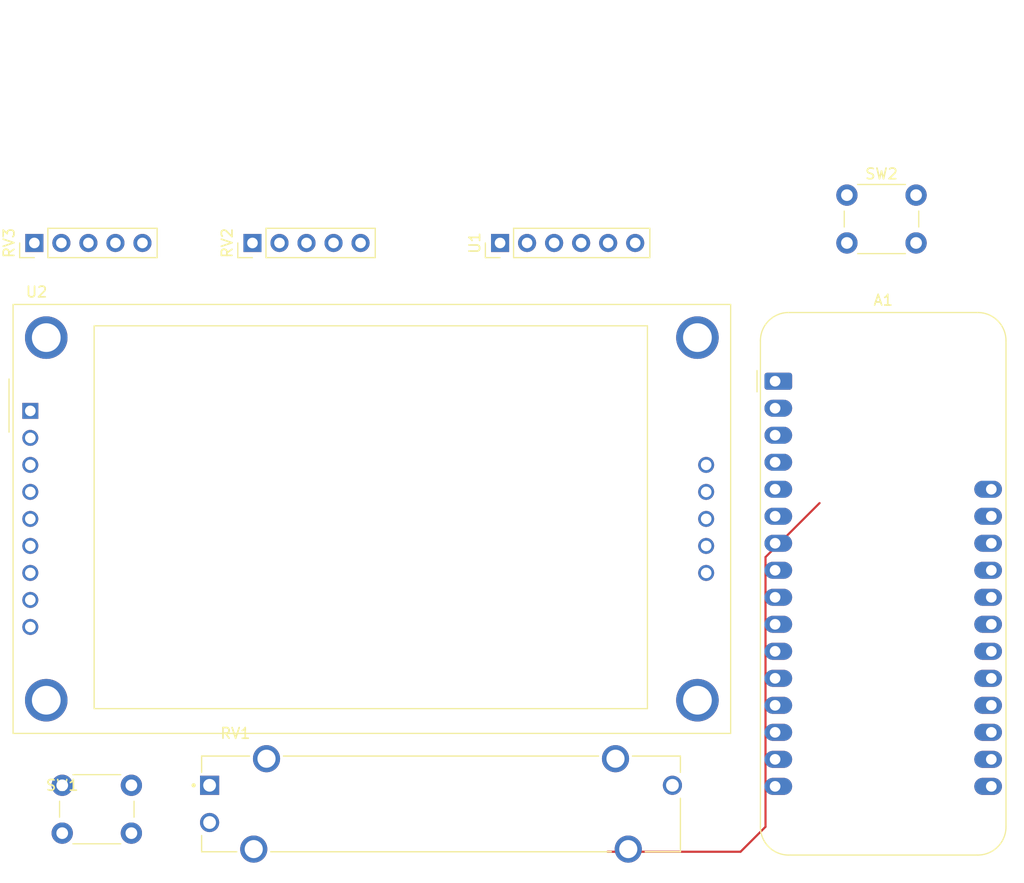
<source format=kicad_pcb>
(kicad_pcb (version 20241229) (generator "pcbnew") (generator_version "9.0")
  (layers (0 "F.Cu" signal) (2 "B.Cu" signal) (13 "F.Paste" user) (15 "B.Paste" user) (5 "F.SilkS" user "F.Silkscreen") (7 "B.SilkS" user "B.Silkscreen") (1 "F.Mask" user) (3 "B.Mask" user) (25 "Edge.Cuts" user))
  (net 0 "")
  (net 1 "Net-(A1-I34{slash}A2)")
  (net 2 "Net-(A1-SDA{slash}IO23)")
  (net 4 "Net-(A1-MISO{slash}IO19)")
  (net 5 "+3.3V")
  (net 6 "GND")
  (net 8 "Net-(A1-A8{slash}IO15)")
  (net 9 "Net-(A1-A9{slash}IO33)")
  (net 13 "Net-(A1-DAC1{slash}A1)")
  (net 15 "Net-(A1-SCL{slash}IO22)")
  (net 18 "Net-(A1-SCK{slash}IO5)")
  (net 22 "Net-(A1-DAC2{slash}A0)")
  (net 23 "Net-(A1-MOSI{slash}IO18)")
  (net 24 "Net-(A1-I39{slash}A3)")
  (net 25 "Net-(A1-A6{slash}IO14)")
  (net 33 "Net-(J1-Pin_1)")
  (net 34 "Net-(BT1-+)")
  (footprint "footprints:RP" (layer "F.Cu") (at 128.88 63.5 90)
    (property "Reference" "RV2" (at 0 -2.38 90) (layer "F.SilkS"))
    (property "Value" "RP1")
    (fp_line (start -1.38 -1.38) (end 0 -1.38) (stroke (width 0.12)) (layer "F.SilkS"))
    (fp_line (start -1.38 0) (end -1.38 -1.38) (stroke (width 0.12)) (layer "F.SilkS"))
    (fp_line (start 1.38 1.27) (end 1.38 11.54) (stroke (width 0.12)) (layer "F.SilkS"))
    (fp_line (start -1.38 1.27) (end 1.38 1.27) (stroke (width 0.12)) (layer "F.SilkS"))
    (fp_line (start -1.38 1.27) (end -1.38 11.54) (stroke (width 0.12)) (layer "F.SilkS"))
    (fp_line (start -1.38 11.54) (end 1.38 11.54) (stroke (width 0.12)) (layer "F.SilkS"))
    (pad "1" thru_hole rect (at 0 0 90) (size 1.7 1.7) (drill 1) (layers "*.Cu" "*.Mask") (net 5 "+3.3V"))
    (pad "2" thru_hole circle (at 0 2.54 90) (size 1.7 1.7) (drill 1) (property pad_prop_mechanical) (layers "*.Cu" "*.Mask") (net 13 "Net-(A1-DAC1{slash}A1)"))
    (pad "3" thru_hole circle (at 0 5.08 90) (size 1.7 1.7) (drill 1) (layers "*.Cu" "*.Mask") (net 6 "GND"))
    (pad "4" thru_hole circle (at 0 7.62 90) (size 1.7 1.7) (drill 1) (property pad_prop_mechanical) (layers "*.Cu" "*.Mask"))
    (pad "5" thru_hole circle (at 0 10.16 90) (size 1.7 1.7) (drill 1) (layers "*.Cu" "*.Mask"))
  )
  (footprint "Module:Adafruit_Feather" (layer "F.Cu") (at 178 76.5)
    (property "Reference" "A1" (at 10.16 -7.62 0) (layer "F.SilkS"))
    (property "Value" "Adafruit_Feather_HUZZAH32_ESP32")
    (fp_line (start -1.7 1) (end -1.7 -1) (stroke (width 0.12)) (layer "F.SilkS"))
    (fp_line (start -1.38 -3.81) (end -1.38 41.91) (stroke (width 0.12)) (layer "F.SilkS"))
    (fp_line (start 19.05 -6.46) (end 1.27 -6.46) (stroke (width 0.12)) (layer "F.SilkS"))
    (fp_line (start 19.05 44.56) (end 1.27 44.56) (stroke (width 0.12)) (layer "F.SilkS"))
    (fp_line (start 21.7 -3.81) (end 21.7 41.91) (stroke (width 0.12)) (layer "F.SilkS"))
    (fp_arc (start -1.38 -3.81) (mid -0.603833 -5.683833) (end 1.27 -6.46) (stroke (width 0.12)) (layer "F.SilkS"))
    (fp_arc (start 1.27 44.56) (mid -0.603833 43.783833) (end -1.38 41.91) (stroke (width 0.12)) (layer "F.SilkS"))
    (fp_arc (start 19.05 -6.46) (mid 20.923833 -5.683833) (end 21.7 -3.81) (stroke (width 0.12)) (layer "F.SilkS"))
    (fp_arc (start 21.7 41.91) (mid 20.923833 43.783833) (end 19.05 44.56) (stroke (width 0.12)) (layer "F.SilkS"))
    (pad "1" thru_hole roundrect (at 0 0) (size 2.6 1.6) (drill 1 (offset 0.3 0)) (layers "*.Cu" "*.Mask") (roundrect_rratio 0.15625))
    (pad "2" thru_hole oval (at 0 2.54) (size 2.6 1.6) (drill 1 (offset 0.3 0)) (layers "*.Cu" "*.Mask") (net 5 "+3.3V"))
    (pad "3" thru_hole oval (at 0 5.08) (size 2.6 1.6) (drill 1 (offset 0.3 0)) (layers "*.Cu" "*.Mask"))
    (pad "4" thru_hole oval (at 0 7.62) (size 2.6 1.6) (drill 1 (offset 0.3 0)) (layers "*.Cu" "*.Mask") (net 6 "GND"))
    (pad "5" thru_hole oval (at 0 10.16) (size 2.6 1.6) (drill 1 (offset 0.3 0)) (layers "*.Cu" "*.Mask") (net 22 "Net-(A1-DAC2{slash}A0)"))
    (pad "6" thru_hole oval (at 0 12.7) (size 2.6 1.6) (drill 1 (offset 0.3 0)) (layers "*.Cu" "*.Mask") (net 13 "Net-(A1-DAC1{slash}A1)"))
    (pad "7" thru_hole oval (at 0 15.24) (size 2.6 1.6) (drill 1 (offset 0.3 0)) (layers "*.Cu" "*.Mask") (net 1 "Net-(A1-I34{slash}A2)"))
    (pad "8" thru_hole oval (at 0 17.78) (size 2.6 1.6) (drill 1 (offset 0.3 0)) (layers "*.Cu" "*.Mask") (net 24 "Net-(A1-I39{slash}A3)"))
    (pad "9" thru_hole oval (at 0 20.32) (size 2.6 1.6) (drill 1 (offset 0.3 0)) (layers "*.Cu" "*.Mask"))
    (pad "10" thru_hole oval (at 0 22.86) (size 2.6 1.6) (drill 1 (offset 0.3 0)) (layers "*.Cu" "*.Mask"))
    (pad "11" thru_hole oval (at 0 25.4) (size 2.6 1.6) (drill 1 (offset 0.3 0)) (layers "*.Cu" "*.Mask") (net 18 "Net-(A1-SCK{slash}IO5)"))
    (pad "12" thru_hole oval (at 0 27.94) (size 2.6 1.6) (drill 1 (offset 0.3 0)) (layers "*.Cu" "*.Mask") (net 23 "Net-(A1-MOSI{slash}IO18)"))
    (pad "13" thru_hole oval (at 0 30.48) (size 2.6 1.6) (drill 1 (offset 0.3 0)) (layers "*.Cu" "*.Mask") (net 4 "Net-(A1-MISO{slash}IO19)"))
    (pad "14" thru_hole oval (at 0 33.02) (size 2.6 1.6) (drill 1 (offset 0.3 0)) (layers "*.Cu" "*.Mask"))
    (pad "15" thru_hole oval (at 0 35.56) (size 2.6 1.6) (drill 1 (offset 0.3 0)) (layers "*.Cu" "*.Mask"))
    (pad "16" thru_hole oval (at 0 38.1) (size 2.6 1.6) (drill 1 (offset 0.3 0)) (layers "*.Cu" "*.Mask"))
    (pad "17" thru_hole oval (at 20.32 38.1 180) (size 2.6 1.6) (drill 1 (offset 0.3 0)) (layers "*.Cu" "*.Mask") (net 2 "Net-(A1-SDA{slash}IO23)"))
    (pad "18" thru_hole oval (at 20.32 35.56 180) (size 2.6 1.6) (drill 1 (offset 0.3 0)) (layers "*.Cu" "*.Mask") (net 15 "Net-(A1-SCL{slash}IO22)"))
    (pad "19" thru_hole oval (at 20.32 33.02 180) (size 2.6 1.6) (drill 1 (offset 0.3 0)) (layers "*.Cu" "*.Mask") (net 25 "Net-(A1-A6{slash}IO14)"))
    (pad "20" thru_hole oval (at 20.32 30.48 180) (size 2.6 1.6) (drill 1 (offset 0.3 0)) (layers "*.Cu" "*.Mask"))
    (pad "21" thru_hole oval (at 20.32 27.94 180) (size 2.6 1.6) (drill 1 (offset 0.3 0)) (layers "*.Cu" "*.Mask") (net 8 "Net-(A1-A8{slash}IO15)"))
    (pad "22" thru_hole oval (at 20.32 25.4 180) (size 2.6 1.6) (drill 1 (offset 0.3 0)) (layers "*.Cu" "*.Mask") (net 9 "Net-(A1-A9{slash}IO33)"))
    (pad "23" thru_hole oval (at 20.32 22.86 180) (size 2.6 1.6) (drill 1 (offset 0.3 0)) (layers "*.Cu" "*.Mask"))
    (pad "24" thru_hole oval (at 20.32 20.32 180) (size 2.6 1.6) (drill 1 (offset 0.3 0)) (layers "*.Cu" "*.Mask"))
    (pad "25" thru_hole oval (at 20.32 17.78 180) (size 2.6 1.6) (drill 1 (offset 0.3 0)) (layers "*.Cu" "*.Mask"))
    (pad "26" thru_hole oval (at 20.32 15.24 180) (size 2.6 1.6) (drill 1 (offset 0.3 0)) (layers "*.Cu" "*.Mask"))
    (pad "27" thru_hole oval (at 20.32 12.7 180) (size 2.6 1.6) (drill 1 (offset 0.3 0)) (layers "*.Cu" "*.Mask"))
    (pad "28" thru_hole oval (at 20.32 10.16 180) (size 2.6 1.6) (drill 1 (offset 0.3 0)) (layers "*.Cu" "*.Mask"))
  )
  (footprint "Button_Switch_THT:SW_PUSH_6mm" (layer "F.Cu") (at 111 114.5)
    (property "Reference" "SW1" (at 0 0 0) (layer "F.SilkS"))
    (property "Value" "Push")
    (fp_line (start -0.25 1.5) (end -0.25 3) (stroke (width 0.12)) (layer "F.SilkS"))
    (fp_line (start 1 5.5) (end 5.5 5.5) (stroke (width 0.12)) (layer "F.SilkS"))
    (fp_line (start 5.5 -1) (end 1 -1) (stroke (width 0.12)) (layer "F.SilkS"))
    (fp_line (start 6.75 3) (end 6.75 1.5) (stroke (width 0.12)) (layer "F.SilkS"))
    (pad "1" thru_hole circle (at 0 0 90) (size 2 2) (drill 1.1) (layers "*.Cu" "*.Mask") (net 6 "GND"))
    (pad "1" thru_hole circle (at 6.5 0 90) (size 2 2) (drill 1.1) (layers "*.Cu" "*.Mask") (net 6 "GND"))
    (pad "2" thru_hole circle (at 0 4.5 90) (size 2 2) (drill 1.1) (layers "*.Cu" "*.Mask") (net 24 "Net-(A1-I39{slash}A3)"))
    (pad "2" thru_hole circle (at 6.5 4.5 90) (size 2 2) (drill 1.1) (layers "*.Cu" "*.Mask") (net 24 "Net-(A1-I39{slash}A3)"))
  )
  (footprint "PTA3043-2010CPB103:TRIM_PTA3043-2010CPB103" (layer "F.Cu") (at 146.6 116.25)
    (property "Reference" "RV1" (at -19.325 -6.635 0) (layer "F.SilkS"))
    (property "Value" "SP1")
    (fp_line (start -22.5 -4.5) (end -17.995 -4.5) (stroke (width 0.127)) (layer "F.SilkS"))
    (fp_line (start -22.5 -2.97) (end -22.5 -4.5) (stroke (width 0.127)) (layer "F.SilkS"))
    (fp_line (start -22.5 4.5) (end -22.5 2.97) (stroke (width 0.127)) (layer "F.SilkS"))
    (fp_line (start -19.195 4.5) (end -22.5 4.5) (stroke (width 0.127)) (layer "F.SilkS"))
    (fp_line (start -16.005 4.5) (end 16.005 4.5) (stroke (width 0.127)) (layer "F.SilkS"))
    (fp_line (start -14.805 -4.5) (end 14.805 -4.5) (stroke (width 0.127)) (layer "F.SilkS"))
    (fp_line (start 17.995 -4.5) (end 22.5 -4.5) (stroke (width 0.127)) (layer "F.SilkS"))
    (fp_line (start 22.5 -4.5) (end 22.5 -2.97) (stroke (width 0.127)) (layer "F.SilkS"))
    (fp_line (start 22.5 4.5) (end 19.195 4.5) (stroke (width 0.127)) (layer "F.SilkS"))
    (fp_line (start 22.5 4.5) (end 22.5 -0.53) (stroke (width 0.127)) (layer "F.SilkS"))
    (fp_circle (center -23.25 -1.75) (end -23.15 -1.75) (stroke (width 0.2)) (fill no) (layer "F.SilkS"))
    (pad "1" thru_hole rect (at -21.75 -1.75) (size 1.8 1.8) (drill 1.2) (layers "*.Cu" "*.Mask") (net 5 "+3.3V"))
    (pad "2" thru_hole circle (at -21.75 1.75) (size 1.8 1.8) (drill 1.2) (layers "*.Cu" "*.Mask") (net 22 "Net-(A1-DAC2{slash}A0)"))
    (pad "3" thru_hole circle (at 21.75 -1.75) (size 1.8 1.8) (drill 1.2) (layers "*.Cu" "*.Mask") (net 6 "GND"))
    (pad "SH1" thru_hole circle (at -16.4 -4.25) (size 2.55 2.55) (drill 1.7) (layers "*.Cu" "*.Mask"))
    (pad "SH2" thru_hole circle (at -17.6 4.25) (size 2.55 2.55) (drill 1.7) (layers "*.Cu" "*.Mask"))
    (pad "SH3" thru_hole circle (at 16.4 -4.25) (size 2.55 2.55) (drill 1.7) (layers "*.Cu" "*.Mask"))
    (pad "SH4" thru_hole circle (at 17.6 4.25) (size 2.55 2.55) (drill 1.7) (layers "*.Cu" "*.Mask"))
  )
  (footprint "footprints:RP" (layer "F.Cu") (at 108.38 63.5 90)
    (property "Reference" "RV3" (at 0 -2.38 90) (layer "F.SilkS"))
    (property "Value" "RP2")
    (fp_line (start -1.38 -1.38) (end 0 -1.38) (stroke (width 0.12)) (layer "F.SilkS"))
    (fp_line (start -1.38 0) (end -1.38 -1.38) (stroke (width 0.12)) (layer "F.SilkS"))
    (fp_line (start 1.38 1.27) (end 1.38 11.54) (stroke (width 0.12)) (layer "F.SilkS"))
    (fp_line (start -1.38 1.27) (end 1.38 1.27) (stroke (width 0.12)) (layer "F.SilkS"))
    (fp_line (start -1.38 1.27) (end -1.38 11.54) (stroke (width 0.12)) (layer "F.SilkS"))
    (fp_line (start -1.38 11.54) (end 1.38 11.54) (stroke (width 0.12)) (layer "F.SilkS"))
    (pad "1" thru_hole rect (at 0 0 90) (size 1.7 1.7) (drill 1) (layers "*.Cu" "*.Mask") (net 5 "+3.3V"))
    (pad "2" thru_hole circle (at 0 2.54 90) (size 1.7 1.7) (drill 1) (layers "*.Cu" "*.Mask") (net 1 "Net-(A1-I34{slash}A2)"))
    (pad "3" thru_hole circle (at 0 5.08 90) (size 1.7 1.7) (drill 1) (layers "*.Cu" "*.Mask") (net 6 "GND"))
    (pad "4" thru_hole circle (at 0 7.62 90) (size 1.7 1.7) (drill 1) (layers "*.Cu" "*.Mask"))
    (pad "5" thru_hole circle (at 0 10.16 90) (size 1.7 1.7) (drill 1) (layers "*.Cu" "*.Mask"))
  )
  (footprint "Connector_PinHeader_2.54mm:PinHeader_1x06_P2.54mm_Vertical" (layer "F.Cu") (at 152.15 63.5 90)
    (property "Reference" "U1" (at 0 -2.38 90) (layer "F.SilkS"))
    (property "Value" "VL53L0CXV0DH1")
    (fp_line (start -1.38 -1.38) (end 0 -1.38) (stroke (width 0.12)) (layer "F.SilkS"))
    (fp_line (start -1.38 0) (end -1.38 -1.38) (stroke (width 0.12)) (layer "F.SilkS"))
    (fp_line (start 1.38 1.27) (end 1.38 14.08) (stroke (width 0.12)) (layer "F.SilkS"))
    (fp_line (start -1.38 1.27) (end 1.38 1.27) (stroke (width 0.12)) (layer "F.SilkS"))
    (fp_line (start -1.38 1.27) (end -1.38 14.08) (stroke (width 0.12)) (layer "F.SilkS"))
    (fp_line (start -1.38 14.08) (end 1.38 14.08) (stroke (width 0.12)) (layer "F.SilkS"))
    (pad "1" thru_hole rect (at 0 0 90) (size 1.7 1.7) (drill 1) (layers "*.Cu" "*.Mask") (net 5 "+3.3V"))
    (pad "2" thru_hole circle (at 0 2.54 90) (size 1.7 1.7) (drill 1) (layers "*.Cu" "*.Mask"))
    (pad "3" thru_hole circle (at 0 5.08 90) (size 1.7 1.7) (drill 1) (layers "*.Cu" "*.Mask") (net 6 "GND"))
    (pad "4" thru_hole circle (at 0 7.62 90) (size 1.7 1.7) (drill 1) (layers "*.Cu" "*.Mask") (net 6 "GND"))
    (pad "5" thru_hole circle (at 0 10.16 90) (size 1.7 1.7) (drill 1) (layers "*.Cu" "*.Mask"))
    (pad "6" thru_hole circle (at 0 12.7 90) (size 1.7 1.7) (drill 1) (layers "*.Cu" "*.Mask") (net 6 "GND"))
  )
  (footprint "Display:CR2013-MI2120" (layer "F.Cu") (at 108 79.29)
    (property "Reference" "U2" (at 0.59 -11.18 0) (layer "F.SilkS"))
    (property "Value" "CR2013-MI2120")
    (fp_line (start -2 -3) (end -2 2) (stroke (width 0.12)) (layer "F.SilkS"))
    (fp_line (start -1.62 -10.01) (end 65.82 -10.01) (stroke (width 0.12)) (layer "F.SilkS"))
    (fp_line (start -1.62 30.33) (end -1.62 -10.01) (stroke (width 0.12)) (layer "F.SilkS"))
    (fp_line (start 6 -8) (end 58 -8) (stroke (width 0.12)) (layer "F.SilkS"))
    (fp_line (start 6 28) (end 6 -8) (stroke (width 0.12)) (layer "F.SilkS"))
    (fp_line (start 58 -8) (end 58 28) (stroke (width 0.12)) (layer "F.SilkS"))
    (fp_line (start 58 28) (end 6 28) (stroke (width 0.12)) (layer "F.SilkS"))
    (fp_line (start 65.82 -10.01) (end 65.82 30.33) (stroke (width 0.12)) (layer "F.SilkS"))
    (fp_line (start 65.82 30.33) (end -1.62 30.33) (stroke (width 0.12)) (layer "F.SilkS"))
    (pad "" thru_hole circle (at 1.5 -6.89) (size 4 4) (drill 2.7) (layers "*.Cu" "*.Mask"))
    (pad "" thru_hole circle (at 1.5 27.21) (size 4 4) (drill 2.7) (layers "*.Cu" "*.Mask"))
    (pad "" thru_hole circle (at 62.7 -6.89) (size 4 4) (drill 2.7) (layers "*.Cu" "*.Mask"))
    (pad "" thru_hole circle (at 62.7 27.21) (size 4 4) (drill 2.7) (layers "*.Cu" "*.Mask"))
    (pad "1" thru_hole rect (at 0 0) (size 1.5 1.5) (drill 1) (layers "*.Cu" "*.Mask") (net 5 "+3.3V"))
    (pad "2" thru_hole circle (at 0 2.54) (size 1.5 1.5) (drill 1) (layers "*.Cu" "*.Mask") (net 6 "GND"))
    (pad "3" thru_hole circle (at 0 5.08) (size 1.5 1.5) (drill 1) (layers "*.Cu" "*.Mask") (net 25 "Net-(A1-A6{slash}IO14)"))
    (pad "4" thru_hole circle (at 0 7.62) (size 1.5 1.5) (drill 1) (layers "*.Cu" "*.Mask") (net 9 "Net-(A1-A9{slash}IO33)"))
    (pad "5" thru_hole circle (at 0 10.16) (size 1.5 1.5) (drill 1) (layers "*.Cu" "*.Mask") (net 8 "Net-(A1-A8{slash}IO15)"))
    (pad "6" thru_hole circle (at 0 12.7) (size 1.5 1.5) (drill 1) (layers "*.Cu" "*.Mask") (net 23 "Net-(A1-MOSI{slash}IO18)"))
    (pad "7" thru_hole circle (at 0 15.24) (size 1.5 1.5) (drill 1) (layers "*.Cu" "*.Mask") (net 18 "Net-(A1-SCK{slash}IO5)"))
    (pad "8" thru_hole circle (at 0 17.78) (size 1.5 1.5) (drill 1) (layers "*.Cu" "*.Mask"))
    (pad "9" thru_hole circle (at 0 20.32) (size 1.5 1.5) (drill 1) (layers "*.Cu" "*.Mask") (net 4 "Net-(A1-MISO{slash}IO19)"))
    (pad "10" thru_hole circle (at 63.52 5.08) (size 1.5 1.5) (drill 1) (layers "*.Cu" "*.Mask"))
    (pad "11" thru_hole circle (at 63.52 7.62) (size 1.5 1.5) (drill 1) (layers "*.Cu" "*.Mask") (net 23 "Net-(A1-MOSI{slash}IO18)"))
    (pad "12" thru_hole circle (at 63.52 10.16) (size 1.5 1.5) (drill 1) (layers "*.Cu" "*.Mask") (net 4 "Net-(A1-MISO{slash}IO19)"))
    (pad "13" thru_hole circle (at 63.52 12.7) (size 1.5 1.5) (drill 1) (layers "*.Cu" "*.Mask") (net 18 "Net-(A1-SCK{slash}IO5)"))
    (pad "14" thru_hole circle (at 63.52 15.24) (size 1.5 1.5) (drill 1) (layers "*.Cu" "*.Mask"))
  )
  (footprint "Button_Switch_THT:SW_PUSH_6mm" (layer "F.Cu") (at 184.75 59)
    (property "Reference" "SW2" (at 3.25 -2 0) (layer "F.SilkS"))
    (property "Value" "Push")
    (fp_line (start -0.25 1.5) (end -0.25 3) (stroke (width 0.12)) (layer "F.SilkS"))
    (fp_line (start 1 5.5) (end 5.5 5.5) (stroke (width 0.12)) (layer "F.SilkS"))
    (fp_line (start 5.5 -1) (end 1 -1) (stroke (width 0.12)) (layer "F.SilkS"))
    (fp_line (start 6.75 3) (end 6.75 1.5) (stroke (width 0.12)) (layer "F.SilkS"))
    (pad "1" thru_hole circle (at 0 0 90) (size 2 2) (drill 1.1) (layers "*.Cu" "*.Mask") (net 33 "Net-(J1-Pin_1)"))
    (pad "1" thru_hole circle (at 6.5 0 90) (size 2 2) (drill 1.1) (layers "*.Cu" "*.Mask") (net 33 "Net-(J1-Pin_1)"))
    (pad "2" thru_hole circle (at 0 4.5 90) (size 2 2) (drill 1.1) (layers "*.Cu" "*.Mask") (net 34 "Net-(BT1-+)"))
    (pad "2" thru_hole circle (at 6.5 4.5 90) (size 2 2) (drill 1.1) (layers "*.Cu" "*.Mask") (net 34 "Net-(BT1-+)"))
  )
  (segment (start 136.5 63.5) (end 136.5 62.89) (width 0.2) (layer "F.Cu") (net 0))
  (segment (start 177.099 118.401) (end 174.75 120.75) (width 0.2) (layer "F.Cu") (net 1))
  (segment (start 174.75 120.75) (end 162.25 120.75) (width 0.2) (layer "F.Cu") (net 1))
  (segment (start 182.18 87.96) (end 177.099 93.041) (width 0.2) (layer "F.Cu") (net 1))
  (segment (start 177.099 93.041) (end 177.099 118.401) (width 0.2) (layer "F.Cu") (net 1))
  (segment (start 139.065 63.475) (end 139.065 62.865) (width 0.2) (layer "F.Cu") (net 6))
  (segment (start 139.065 63.475) (end 139.04 63.5) (width 0.2) (layer "F.Cu") (net 6))
  (segment (start 177.465 89.2) (end 178 89.2) (width 0.2) (layer "F.Cu") (net 13))
)
</source>
